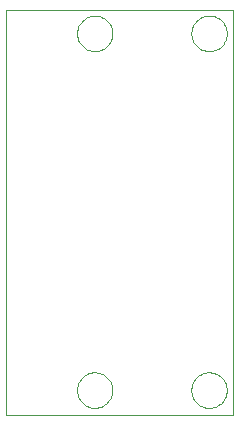
<source format=gtp>
G75*
%MOIN*%
%OFA0B0*%
%FSLAX24Y24*%
%IPPOS*%
%LPD*%
%AMOC8*
5,1,8,0,0,1.08239X$1,22.5*
%
%ADD10C,0.0000*%
D10*
X000147Y000177D02*
X000147Y013680D01*
X007730Y013680D01*
X007730Y000177D01*
X000147Y000177D01*
X002523Y001002D02*
X002525Y001050D01*
X002531Y001098D01*
X002541Y001145D01*
X002554Y001191D01*
X002572Y001236D01*
X002592Y001280D01*
X002617Y001322D01*
X002645Y001361D01*
X002675Y001398D01*
X002709Y001432D01*
X002746Y001464D01*
X002784Y001493D01*
X002825Y001518D01*
X002868Y001540D01*
X002913Y001558D01*
X002959Y001572D01*
X003006Y001583D01*
X003054Y001590D01*
X003102Y001593D01*
X003150Y001592D01*
X003198Y001587D01*
X003246Y001578D01*
X003292Y001566D01*
X003337Y001549D01*
X003381Y001529D01*
X003423Y001506D01*
X003463Y001479D01*
X003501Y001449D01*
X003536Y001416D01*
X003568Y001380D01*
X003598Y001342D01*
X003624Y001301D01*
X003646Y001258D01*
X003666Y001214D01*
X003681Y001169D01*
X003693Y001122D01*
X003701Y001074D01*
X003705Y001026D01*
X003705Y000978D01*
X003701Y000930D01*
X003693Y000882D01*
X003681Y000835D01*
X003666Y000790D01*
X003646Y000746D01*
X003624Y000703D01*
X003598Y000662D01*
X003568Y000624D01*
X003536Y000588D01*
X003501Y000555D01*
X003463Y000525D01*
X003423Y000498D01*
X003381Y000475D01*
X003337Y000455D01*
X003292Y000438D01*
X003246Y000426D01*
X003198Y000417D01*
X003150Y000412D01*
X003102Y000411D01*
X003054Y000414D01*
X003006Y000421D01*
X002959Y000432D01*
X002913Y000446D01*
X002868Y000464D01*
X002825Y000486D01*
X002784Y000511D01*
X002746Y000540D01*
X002709Y000572D01*
X002675Y000606D01*
X002645Y000643D01*
X002617Y000682D01*
X002592Y000724D01*
X002572Y000768D01*
X002554Y000813D01*
X002541Y000859D01*
X002531Y000906D01*
X002525Y000954D01*
X002523Y001002D01*
X006335Y001002D02*
X006337Y001050D01*
X006343Y001098D01*
X006353Y001145D01*
X006366Y001191D01*
X006384Y001236D01*
X006404Y001280D01*
X006429Y001322D01*
X006457Y001361D01*
X006487Y001398D01*
X006521Y001432D01*
X006558Y001464D01*
X006596Y001493D01*
X006637Y001518D01*
X006680Y001540D01*
X006725Y001558D01*
X006771Y001572D01*
X006818Y001583D01*
X006866Y001590D01*
X006914Y001593D01*
X006962Y001592D01*
X007010Y001587D01*
X007058Y001578D01*
X007104Y001566D01*
X007149Y001549D01*
X007193Y001529D01*
X007235Y001506D01*
X007275Y001479D01*
X007313Y001449D01*
X007348Y001416D01*
X007380Y001380D01*
X007410Y001342D01*
X007436Y001301D01*
X007458Y001258D01*
X007478Y001214D01*
X007493Y001169D01*
X007505Y001122D01*
X007513Y001074D01*
X007517Y001026D01*
X007517Y000978D01*
X007513Y000930D01*
X007505Y000882D01*
X007493Y000835D01*
X007478Y000790D01*
X007458Y000746D01*
X007436Y000703D01*
X007410Y000662D01*
X007380Y000624D01*
X007348Y000588D01*
X007313Y000555D01*
X007275Y000525D01*
X007235Y000498D01*
X007193Y000475D01*
X007149Y000455D01*
X007104Y000438D01*
X007058Y000426D01*
X007010Y000417D01*
X006962Y000412D01*
X006914Y000411D01*
X006866Y000414D01*
X006818Y000421D01*
X006771Y000432D01*
X006725Y000446D01*
X006680Y000464D01*
X006637Y000486D01*
X006596Y000511D01*
X006558Y000540D01*
X006521Y000572D01*
X006487Y000606D01*
X006457Y000643D01*
X006429Y000682D01*
X006404Y000724D01*
X006384Y000768D01*
X006366Y000813D01*
X006353Y000859D01*
X006343Y000906D01*
X006337Y000954D01*
X006335Y001002D01*
X006335Y012893D02*
X006337Y012941D01*
X006343Y012989D01*
X006353Y013036D01*
X006366Y013082D01*
X006384Y013127D01*
X006404Y013171D01*
X006429Y013213D01*
X006457Y013252D01*
X006487Y013289D01*
X006521Y013323D01*
X006558Y013355D01*
X006596Y013384D01*
X006637Y013409D01*
X006680Y013431D01*
X006725Y013449D01*
X006771Y013463D01*
X006818Y013474D01*
X006866Y013481D01*
X006914Y013484D01*
X006962Y013483D01*
X007010Y013478D01*
X007058Y013469D01*
X007104Y013457D01*
X007149Y013440D01*
X007193Y013420D01*
X007235Y013397D01*
X007275Y013370D01*
X007313Y013340D01*
X007348Y013307D01*
X007380Y013271D01*
X007410Y013233D01*
X007436Y013192D01*
X007458Y013149D01*
X007478Y013105D01*
X007493Y013060D01*
X007505Y013013D01*
X007513Y012965D01*
X007517Y012917D01*
X007517Y012869D01*
X007513Y012821D01*
X007505Y012773D01*
X007493Y012726D01*
X007478Y012681D01*
X007458Y012637D01*
X007436Y012594D01*
X007410Y012553D01*
X007380Y012515D01*
X007348Y012479D01*
X007313Y012446D01*
X007275Y012416D01*
X007235Y012389D01*
X007193Y012366D01*
X007149Y012346D01*
X007104Y012329D01*
X007058Y012317D01*
X007010Y012308D01*
X006962Y012303D01*
X006914Y012302D01*
X006866Y012305D01*
X006818Y012312D01*
X006771Y012323D01*
X006725Y012337D01*
X006680Y012355D01*
X006637Y012377D01*
X006596Y012402D01*
X006558Y012431D01*
X006521Y012463D01*
X006487Y012497D01*
X006457Y012534D01*
X006429Y012573D01*
X006404Y012615D01*
X006384Y012659D01*
X006366Y012704D01*
X006353Y012750D01*
X006343Y012797D01*
X006337Y012845D01*
X006335Y012893D01*
X002523Y012893D02*
X002525Y012941D01*
X002531Y012989D01*
X002541Y013036D01*
X002554Y013082D01*
X002572Y013127D01*
X002592Y013171D01*
X002617Y013213D01*
X002645Y013252D01*
X002675Y013289D01*
X002709Y013323D01*
X002746Y013355D01*
X002784Y013384D01*
X002825Y013409D01*
X002868Y013431D01*
X002913Y013449D01*
X002959Y013463D01*
X003006Y013474D01*
X003054Y013481D01*
X003102Y013484D01*
X003150Y013483D01*
X003198Y013478D01*
X003246Y013469D01*
X003292Y013457D01*
X003337Y013440D01*
X003381Y013420D01*
X003423Y013397D01*
X003463Y013370D01*
X003501Y013340D01*
X003536Y013307D01*
X003568Y013271D01*
X003598Y013233D01*
X003624Y013192D01*
X003646Y013149D01*
X003666Y013105D01*
X003681Y013060D01*
X003693Y013013D01*
X003701Y012965D01*
X003705Y012917D01*
X003705Y012869D01*
X003701Y012821D01*
X003693Y012773D01*
X003681Y012726D01*
X003666Y012681D01*
X003646Y012637D01*
X003624Y012594D01*
X003598Y012553D01*
X003568Y012515D01*
X003536Y012479D01*
X003501Y012446D01*
X003463Y012416D01*
X003423Y012389D01*
X003381Y012366D01*
X003337Y012346D01*
X003292Y012329D01*
X003246Y012317D01*
X003198Y012308D01*
X003150Y012303D01*
X003102Y012302D01*
X003054Y012305D01*
X003006Y012312D01*
X002959Y012323D01*
X002913Y012337D01*
X002868Y012355D01*
X002825Y012377D01*
X002784Y012402D01*
X002746Y012431D01*
X002709Y012463D01*
X002675Y012497D01*
X002645Y012534D01*
X002617Y012573D01*
X002592Y012615D01*
X002572Y012659D01*
X002554Y012704D01*
X002541Y012750D01*
X002531Y012797D01*
X002525Y012845D01*
X002523Y012893D01*
M02*

</source>
